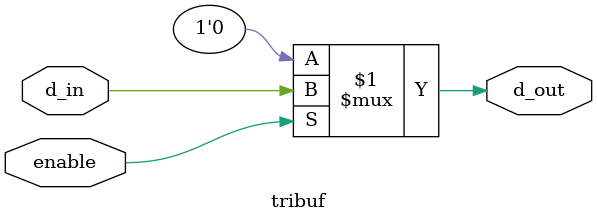
<source format=v>


module des(
    input clock,
    input enable,
    input load,
    input din,
    output [31:0]dout
);
wire [4:0]count;
wire [31:0]reg_data;
wire des_d_in;
wire rst;

tribuf TRIBUF(din,enable,des_d_in);
d_demux16x4 DEMUX16X4(des_d_in,count,reg_data);
d_cnt4bit SEL_DEMUX(clock,load,count);
d_data DATA(reg_data,load,clock,dout);



endmodule



module d_data(
	input [31:0]din,
	input load,
	input clk,
	output reg [31:0]temp
);

always @(posedge clk) begin
	if(load) begin
		temp<=din;
	end

	else begin
		temp<=temp;
    end
end

endmodule


module d_cnt4bit(
input clock,
input load,
output reg [4:0]count
);

always @ (posedge clock) begin
    if (!load)
        count<=count+5'd1;
    else
        count<=5'd0;
end

endmodule

module d_demux16x4 (
	input d_in,
	input [4:0]sel,
	output reg [31:0]d_out
);

always @(*) begin
	d_out[sel]<=d_in;
end
endmodule

module tribuf(
    input d_in,
    input enable,
    output d_out
);

assign d_out=enable?d_in:1'b0;
endmodule

</source>
